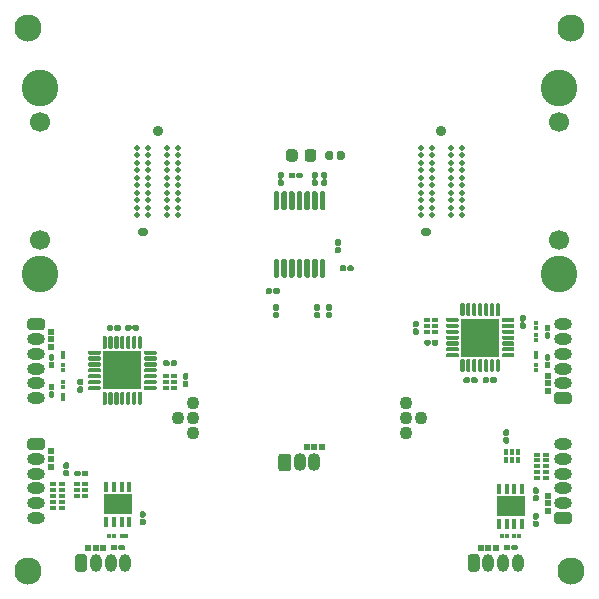
<source format=gts>
%TF.GenerationSoftware,KiCad,Pcbnew,(5.1.6)-1*%
%TF.CreationDate,2021-04-12T15:21:16+02:00*%
%TF.ProjectId,EcatExBrd,45636174-4578-4427-9264-2e6b69636164,1.0*%
%TF.SameCoordinates,Original*%
%TF.FileFunction,Soldermask,Top*%
%TF.FilePolarity,Negative*%
%FSLAX46Y46*%
G04 Gerber Fmt 4.6, Leading zero omitted, Abs format (unit mm)*
G04 Created by KiCad (PCBNEW (5.1.6)-1) date 2021-04-12 15:21:16*
%MOMM*%
%LPD*%
G01*
G04 APERTURE LIST*
%ADD10R,0.560000X0.500000*%
%ADD11R,0.500000X0.560000*%
%ADD12R,3.200000X3.200000*%
%ADD13O,0.900000X0.700000*%
%ADD14C,0.900000*%
%ADD15C,0.500000*%
%ADD16C,3.100000*%
%ADD17C,1.700000*%
%ADD18R,0.500000X0.350000*%
%ADD19R,0.550000X0.350000*%
%ADD20R,0.350000X0.500000*%
%ADD21R,0.350000X0.550000*%
%ADD22R,0.600000X0.300000*%
%ADD23C,2.300000*%
%ADD24O,1.100000X1.500000*%
%ADD25O,1.000000X1.500000*%
%ADD26O,1.500000X1.000000*%
%ADD27R,2.487600X1.700200*%
%ADD28R,0.405600X0.806399*%
%ADD29R,0.300000X0.380000*%
%ADD30R,0.380000X0.300000*%
%ADD31C,1.100000*%
G04 APERTURE END LIST*
D10*
%TO.C,JP1*%
X126890000Y-87500000D03*
X126250000Y-87500000D03*
X125610000Y-87500000D03*
%TD*%
%TO.C,JP2*%
X108390000Y-96000000D03*
X107750000Y-96000000D03*
X107110000Y-96000000D03*
%TD*%
D11*
%TO.C,JP4*%
X104000000Y-89140000D03*
X104000000Y-88500000D03*
X104000000Y-87860000D03*
%TD*%
%TO.C,JP5*%
X104000000Y-78990000D03*
X104000000Y-78350000D03*
X104000000Y-77710000D03*
%TD*%
D10*
%TO.C,JP6*%
X141640000Y-96000000D03*
X141000000Y-96000000D03*
X140360000Y-96000000D03*
%TD*%
D11*
%TO.C,JP8*%
X146000000Y-91610000D03*
X146000000Y-92250000D03*
X146000000Y-92890000D03*
%TD*%
%TO.C,JP9*%
X146000000Y-81460000D03*
X146000000Y-82100000D03*
X146000000Y-82740000D03*
%TD*%
%TO.C,C35*%
G36*
G01*
X111595000Y-93566200D02*
X111845000Y-93566200D01*
G75*
G02*
X111970000Y-93691200I0J-125000D01*
G01*
X111970000Y-94001200D01*
G75*
G02*
X111845000Y-94126200I-125000J0D01*
G01*
X111595000Y-94126200D01*
G75*
G02*
X111470000Y-94001200I0J125000D01*
G01*
X111470000Y-93691200D01*
G75*
G02*
X111595000Y-93566200I125000J0D01*
G01*
G37*
G36*
G01*
X111595000Y-92926200D02*
X111845000Y-92926200D01*
G75*
G02*
X111970000Y-93051200I0J-125000D01*
G01*
X111970000Y-93361200D01*
G75*
G02*
X111845000Y-93486200I-125000J0D01*
G01*
X111595000Y-93486200D01*
G75*
G02*
X111470000Y-93361200I0J125000D01*
G01*
X111470000Y-93051200D01*
G75*
G02*
X111595000Y-92926200I125000J0D01*
G01*
G37*
%TD*%
%TO.C,U3*%
G36*
G01*
X126825000Y-71575000D02*
X127075000Y-71575000D01*
G75*
G02*
X127200000Y-71700000I0J-125000D01*
G01*
X127200000Y-73025000D01*
G75*
G02*
X127075000Y-73150000I-125000J0D01*
G01*
X126825000Y-73150000D01*
G75*
G02*
X126700000Y-73025000I0J125000D01*
G01*
X126700000Y-71700000D01*
G75*
G02*
X126825000Y-71575000I125000J0D01*
G01*
G37*
G36*
G01*
X126175000Y-71575000D02*
X126425000Y-71575000D01*
G75*
G02*
X126550000Y-71700000I0J-125000D01*
G01*
X126550000Y-73025000D01*
G75*
G02*
X126425000Y-73150000I-125000J0D01*
G01*
X126175000Y-73150000D01*
G75*
G02*
X126050000Y-73025000I0J125000D01*
G01*
X126050000Y-71700000D01*
G75*
G02*
X126175000Y-71575000I125000J0D01*
G01*
G37*
G36*
G01*
X125525000Y-71575000D02*
X125775000Y-71575000D01*
G75*
G02*
X125900000Y-71700000I0J-125000D01*
G01*
X125900000Y-73025000D01*
G75*
G02*
X125775000Y-73150000I-125000J0D01*
G01*
X125525000Y-73150000D01*
G75*
G02*
X125400000Y-73025000I0J125000D01*
G01*
X125400000Y-71700000D01*
G75*
G02*
X125525000Y-71575000I125000J0D01*
G01*
G37*
G36*
G01*
X124875000Y-71575000D02*
X125125000Y-71575000D01*
G75*
G02*
X125250000Y-71700000I0J-125000D01*
G01*
X125250000Y-73025000D01*
G75*
G02*
X125125000Y-73150000I-125000J0D01*
G01*
X124875000Y-73150000D01*
G75*
G02*
X124750000Y-73025000I0J125000D01*
G01*
X124750000Y-71700000D01*
G75*
G02*
X124875000Y-71575000I125000J0D01*
G01*
G37*
G36*
G01*
X124225000Y-71575000D02*
X124475000Y-71575000D01*
G75*
G02*
X124600000Y-71700000I0J-125000D01*
G01*
X124600000Y-73025000D01*
G75*
G02*
X124475000Y-73150000I-125000J0D01*
G01*
X124225000Y-73150000D01*
G75*
G02*
X124100000Y-73025000I0J125000D01*
G01*
X124100000Y-71700000D01*
G75*
G02*
X124225000Y-71575000I125000J0D01*
G01*
G37*
G36*
G01*
X123575000Y-71575000D02*
X123825000Y-71575000D01*
G75*
G02*
X123950000Y-71700000I0J-125000D01*
G01*
X123950000Y-73025000D01*
G75*
G02*
X123825000Y-73150000I-125000J0D01*
G01*
X123575000Y-73150000D01*
G75*
G02*
X123450000Y-73025000I0J125000D01*
G01*
X123450000Y-71700000D01*
G75*
G02*
X123575000Y-71575000I125000J0D01*
G01*
G37*
G36*
G01*
X122925000Y-71575000D02*
X123175000Y-71575000D01*
G75*
G02*
X123300000Y-71700000I0J-125000D01*
G01*
X123300000Y-73025000D01*
G75*
G02*
X123175000Y-73150000I-125000J0D01*
G01*
X122925000Y-73150000D01*
G75*
G02*
X122800000Y-73025000I0J125000D01*
G01*
X122800000Y-71700000D01*
G75*
G02*
X122925000Y-71575000I125000J0D01*
G01*
G37*
G36*
G01*
X122925000Y-65850000D02*
X123175000Y-65850000D01*
G75*
G02*
X123300000Y-65975000I0J-125000D01*
G01*
X123300000Y-67300000D01*
G75*
G02*
X123175000Y-67425000I-125000J0D01*
G01*
X122925000Y-67425000D01*
G75*
G02*
X122800000Y-67300000I0J125000D01*
G01*
X122800000Y-65975000D01*
G75*
G02*
X122925000Y-65850000I125000J0D01*
G01*
G37*
G36*
G01*
X123575000Y-65850000D02*
X123825000Y-65850000D01*
G75*
G02*
X123950000Y-65975000I0J-125000D01*
G01*
X123950000Y-67300000D01*
G75*
G02*
X123825000Y-67425000I-125000J0D01*
G01*
X123575000Y-67425000D01*
G75*
G02*
X123450000Y-67300000I0J125000D01*
G01*
X123450000Y-65975000D01*
G75*
G02*
X123575000Y-65850000I125000J0D01*
G01*
G37*
G36*
G01*
X124225000Y-65850000D02*
X124475000Y-65850000D01*
G75*
G02*
X124600000Y-65975000I0J-125000D01*
G01*
X124600000Y-67300000D01*
G75*
G02*
X124475000Y-67425000I-125000J0D01*
G01*
X124225000Y-67425000D01*
G75*
G02*
X124100000Y-67300000I0J125000D01*
G01*
X124100000Y-65975000D01*
G75*
G02*
X124225000Y-65850000I125000J0D01*
G01*
G37*
G36*
G01*
X124875000Y-65850000D02*
X125125000Y-65850000D01*
G75*
G02*
X125250000Y-65975000I0J-125000D01*
G01*
X125250000Y-67300000D01*
G75*
G02*
X125125000Y-67425000I-125000J0D01*
G01*
X124875000Y-67425000D01*
G75*
G02*
X124750000Y-67300000I0J125000D01*
G01*
X124750000Y-65975000D01*
G75*
G02*
X124875000Y-65850000I125000J0D01*
G01*
G37*
G36*
G01*
X125525000Y-65850000D02*
X125775000Y-65850000D01*
G75*
G02*
X125900000Y-65975000I0J-125000D01*
G01*
X125900000Y-67300000D01*
G75*
G02*
X125775000Y-67425000I-125000J0D01*
G01*
X125525000Y-67425000D01*
G75*
G02*
X125400000Y-67300000I0J125000D01*
G01*
X125400000Y-65975000D01*
G75*
G02*
X125525000Y-65850000I125000J0D01*
G01*
G37*
G36*
G01*
X126175000Y-65850000D02*
X126425000Y-65850000D01*
G75*
G02*
X126550000Y-65975000I0J-125000D01*
G01*
X126550000Y-67300000D01*
G75*
G02*
X126425000Y-67425000I-125000J0D01*
G01*
X126175000Y-67425000D01*
G75*
G02*
X126050000Y-67300000I0J125000D01*
G01*
X126050000Y-65975000D01*
G75*
G02*
X126175000Y-65850000I125000J0D01*
G01*
G37*
G36*
G01*
X126825000Y-65850000D02*
X127075000Y-65850000D01*
G75*
G02*
X127200000Y-65975000I0J-125000D01*
G01*
X127200000Y-67300000D01*
G75*
G02*
X127075000Y-67425000I-125000J0D01*
G01*
X126825000Y-67425000D01*
G75*
G02*
X126700000Y-67300000I0J125000D01*
G01*
X126700000Y-65975000D01*
G75*
G02*
X126825000Y-65850000I125000J0D01*
G01*
G37*
%TD*%
D12*
%TO.C,U16*%
X140300000Y-78227500D03*
G36*
G01*
X138625000Y-76315000D02*
X138625000Y-75415000D01*
G75*
G02*
X138712500Y-75327500I87500J0D01*
G01*
X138887500Y-75327500D01*
G75*
G02*
X138975000Y-75415000I0J-87500D01*
G01*
X138975000Y-76315000D01*
G75*
G02*
X138887500Y-76402500I-87500J0D01*
G01*
X138712500Y-76402500D01*
G75*
G02*
X138625000Y-76315000I0J87500D01*
G01*
G37*
G36*
G01*
X139125000Y-76315000D02*
X139125000Y-75415000D01*
G75*
G02*
X139212500Y-75327500I87500J0D01*
G01*
X139387500Y-75327500D01*
G75*
G02*
X139475000Y-75415000I0J-87500D01*
G01*
X139475000Y-76315000D01*
G75*
G02*
X139387500Y-76402500I-87500J0D01*
G01*
X139212500Y-76402500D01*
G75*
G02*
X139125000Y-76315000I0J87500D01*
G01*
G37*
G36*
G01*
X139625000Y-76315000D02*
X139625000Y-75415000D01*
G75*
G02*
X139712500Y-75327500I87500J0D01*
G01*
X139887500Y-75327500D01*
G75*
G02*
X139975000Y-75415000I0J-87500D01*
G01*
X139975000Y-76315000D01*
G75*
G02*
X139887500Y-76402500I-87500J0D01*
G01*
X139712500Y-76402500D01*
G75*
G02*
X139625000Y-76315000I0J87500D01*
G01*
G37*
G36*
G01*
X140125000Y-76315000D02*
X140125000Y-75415000D01*
G75*
G02*
X140212500Y-75327500I87500J0D01*
G01*
X140387500Y-75327500D01*
G75*
G02*
X140475000Y-75415000I0J-87500D01*
G01*
X140475000Y-76315000D01*
G75*
G02*
X140387500Y-76402500I-87500J0D01*
G01*
X140212500Y-76402500D01*
G75*
G02*
X140125000Y-76315000I0J87500D01*
G01*
G37*
G36*
G01*
X140625000Y-76315000D02*
X140625000Y-75415000D01*
G75*
G02*
X140712500Y-75327500I87500J0D01*
G01*
X140887500Y-75327500D01*
G75*
G02*
X140975000Y-75415000I0J-87500D01*
G01*
X140975000Y-76315000D01*
G75*
G02*
X140887500Y-76402500I-87500J0D01*
G01*
X140712500Y-76402500D01*
G75*
G02*
X140625000Y-76315000I0J87500D01*
G01*
G37*
G36*
G01*
X141125000Y-76315000D02*
X141125000Y-75415000D01*
G75*
G02*
X141212500Y-75327500I87500J0D01*
G01*
X141387500Y-75327500D01*
G75*
G02*
X141475000Y-75415000I0J-87500D01*
G01*
X141475000Y-76315000D01*
G75*
G02*
X141387500Y-76402500I-87500J0D01*
G01*
X141212500Y-76402500D01*
G75*
G02*
X141125000Y-76315000I0J87500D01*
G01*
G37*
G36*
G01*
X141625000Y-76315000D02*
X141625000Y-75415000D01*
G75*
G02*
X141712500Y-75327500I87500J0D01*
G01*
X141887500Y-75327500D01*
G75*
G02*
X141975000Y-75415000I0J-87500D01*
G01*
X141975000Y-76315000D01*
G75*
G02*
X141887500Y-76402500I-87500J0D01*
G01*
X141712500Y-76402500D01*
G75*
G02*
X141625000Y-76315000I0J87500D01*
G01*
G37*
G36*
G01*
X142125000Y-76815000D02*
X142125000Y-76640000D01*
G75*
G02*
X142212500Y-76552500I87500J0D01*
G01*
X143112500Y-76552500D01*
G75*
G02*
X143200000Y-76640000I0J-87500D01*
G01*
X143200000Y-76815000D01*
G75*
G02*
X143112500Y-76902500I-87500J0D01*
G01*
X142212500Y-76902500D01*
G75*
G02*
X142125000Y-76815000I0J87500D01*
G01*
G37*
G36*
G01*
X142125000Y-77315000D02*
X142125000Y-77140000D01*
G75*
G02*
X142212500Y-77052500I87500J0D01*
G01*
X143112500Y-77052500D01*
G75*
G02*
X143200000Y-77140000I0J-87500D01*
G01*
X143200000Y-77315000D01*
G75*
G02*
X143112500Y-77402500I-87500J0D01*
G01*
X142212500Y-77402500D01*
G75*
G02*
X142125000Y-77315000I0J87500D01*
G01*
G37*
G36*
G01*
X142125000Y-77815000D02*
X142125000Y-77640000D01*
G75*
G02*
X142212500Y-77552500I87500J0D01*
G01*
X143112500Y-77552500D01*
G75*
G02*
X143200000Y-77640000I0J-87500D01*
G01*
X143200000Y-77815000D01*
G75*
G02*
X143112500Y-77902500I-87500J0D01*
G01*
X142212500Y-77902500D01*
G75*
G02*
X142125000Y-77815000I0J87500D01*
G01*
G37*
G36*
G01*
X142125000Y-78315000D02*
X142125000Y-78140000D01*
G75*
G02*
X142212500Y-78052500I87500J0D01*
G01*
X143112500Y-78052500D01*
G75*
G02*
X143200000Y-78140000I0J-87500D01*
G01*
X143200000Y-78315000D01*
G75*
G02*
X143112500Y-78402500I-87500J0D01*
G01*
X142212500Y-78402500D01*
G75*
G02*
X142125000Y-78315000I0J87500D01*
G01*
G37*
G36*
G01*
X142125000Y-78815000D02*
X142125000Y-78640000D01*
G75*
G02*
X142212500Y-78552500I87500J0D01*
G01*
X143112500Y-78552500D01*
G75*
G02*
X143200000Y-78640000I0J-87500D01*
G01*
X143200000Y-78815000D01*
G75*
G02*
X143112500Y-78902500I-87500J0D01*
G01*
X142212500Y-78902500D01*
G75*
G02*
X142125000Y-78815000I0J87500D01*
G01*
G37*
G36*
G01*
X142125000Y-79315000D02*
X142125000Y-79140000D01*
G75*
G02*
X142212500Y-79052500I87500J0D01*
G01*
X143112500Y-79052500D01*
G75*
G02*
X143200000Y-79140000I0J-87500D01*
G01*
X143200000Y-79315000D01*
G75*
G02*
X143112500Y-79402500I-87500J0D01*
G01*
X142212500Y-79402500D01*
G75*
G02*
X142125000Y-79315000I0J87500D01*
G01*
G37*
G36*
G01*
X142125000Y-79815000D02*
X142125000Y-79640000D01*
G75*
G02*
X142212500Y-79552500I87500J0D01*
G01*
X143112500Y-79552500D01*
G75*
G02*
X143200000Y-79640000I0J-87500D01*
G01*
X143200000Y-79815000D01*
G75*
G02*
X143112500Y-79902500I-87500J0D01*
G01*
X142212500Y-79902500D01*
G75*
G02*
X142125000Y-79815000I0J87500D01*
G01*
G37*
G36*
G01*
X141625000Y-81040000D02*
X141625000Y-80140000D01*
G75*
G02*
X141712500Y-80052500I87500J0D01*
G01*
X141887500Y-80052500D01*
G75*
G02*
X141975000Y-80140000I0J-87500D01*
G01*
X141975000Y-81040000D01*
G75*
G02*
X141887500Y-81127500I-87500J0D01*
G01*
X141712500Y-81127500D01*
G75*
G02*
X141625000Y-81040000I0J87500D01*
G01*
G37*
G36*
G01*
X141125000Y-81040000D02*
X141125000Y-80140000D01*
G75*
G02*
X141212500Y-80052500I87500J0D01*
G01*
X141387500Y-80052500D01*
G75*
G02*
X141475000Y-80140000I0J-87500D01*
G01*
X141475000Y-81040000D01*
G75*
G02*
X141387500Y-81127500I-87500J0D01*
G01*
X141212500Y-81127500D01*
G75*
G02*
X141125000Y-81040000I0J87500D01*
G01*
G37*
G36*
G01*
X140625000Y-81040000D02*
X140625000Y-80140000D01*
G75*
G02*
X140712500Y-80052500I87500J0D01*
G01*
X140887500Y-80052500D01*
G75*
G02*
X140975000Y-80140000I0J-87500D01*
G01*
X140975000Y-81040000D01*
G75*
G02*
X140887500Y-81127500I-87500J0D01*
G01*
X140712500Y-81127500D01*
G75*
G02*
X140625000Y-81040000I0J87500D01*
G01*
G37*
G36*
G01*
X140125000Y-81040000D02*
X140125000Y-80140000D01*
G75*
G02*
X140212500Y-80052500I87500J0D01*
G01*
X140387500Y-80052500D01*
G75*
G02*
X140475000Y-80140000I0J-87500D01*
G01*
X140475000Y-81040000D01*
G75*
G02*
X140387500Y-81127500I-87500J0D01*
G01*
X140212500Y-81127500D01*
G75*
G02*
X140125000Y-81040000I0J87500D01*
G01*
G37*
G36*
G01*
X139625000Y-81040000D02*
X139625000Y-80140000D01*
G75*
G02*
X139712500Y-80052500I87500J0D01*
G01*
X139887500Y-80052500D01*
G75*
G02*
X139975000Y-80140000I0J-87500D01*
G01*
X139975000Y-81040000D01*
G75*
G02*
X139887500Y-81127500I-87500J0D01*
G01*
X139712500Y-81127500D01*
G75*
G02*
X139625000Y-81040000I0J87500D01*
G01*
G37*
G36*
G01*
X139125000Y-81040000D02*
X139125000Y-80140000D01*
G75*
G02*
X139212500Y-80052500I87500J0D01*
G01*
X139387500Y-80052500D01*
G75*
G02*
X139475000Y-80140000I0J-87500D01*
G01*
X139475000Y-81040000D01*
G75*
G02*
X139387500Y-81127500I-87500J0D01*
G01*
X139212500Y-81127500D01*
G75*
G02*
X139125000Y-81040000I0J87500D01*
G01*
G37*
G36*
G01*
X138625000Y-81040000D02*
X138625000Y-80140000D01*
G75*
G02*
X138712500Y-80052500I87500J0D01*
G01*
X138887500Y-80052500D01*
G75*
G02*
X138975000Y-80140000I0J-87500D01*
G01*
X138975000Y-81040000D01*
G75*
G02*
X138887500Y-81127500I-87500J0D01*
G01*
X138712500Y-81127500D01*
G75*
G02*
X138625000Y-81040000I0J87500D01*
G01*
G37*
G36*
G01*
X137400000Y-79815000D02*
X137400000Y-79640000D01*
G75*
G02*
X137487500Y-79552500I87500J0D01*
G01*
X138387500Y-79552500D01*
G75*
G02*
X138475000Y-79640000I0J-87500D01*
G01*
X138475000Y-79815000D01*
G75*
G02*
X138387500Y-79902500I-87500J0D01*
G01*
X137487500Y-79902500D01*
G75*
G02*
X137400000Y-79815000I0J87500D01*
G01*
G37*
G36*
G01*
X137400000Y-79315000D02*
X137400000Y-79140000D01*
G75*
G02*
X137487500Y-79052500I87500J0D01*
G01*
X138387500Y-79052500D01*
G75*
G02*
X138475000Y-79140000I0J-87500D01*
G01*
X138475000Y-79315000D01*
G75*
G02*
X138387500Y-79402500I-87500J0D01*
G01*
X137487500Y-79402500D01*
G75*
G02*
X137400000Y-79315000I0J87500D01*
G01*
G37*
G36*
G01*
X137400000Y-78815000D02*
X137400000Y-78640000D01*
G75*
G02*
X137487500Y-78552500I87500J0D01*
G01*
X138387500Y-78552500D01*
G75*
G02*
X138475000Y-78640000I0J-87500D01*
G01*
X138475000Y-78815000D01*
G75*
G02*
X138387500Y-78902500I-87500J0D01*
G01*
X137487500Y-78902500D01*
G75*
G02*
X137400000Y-78815000I0J87500D01*
G01*
G37*
G36*
G01*
X137400000Y-78315000D02*
X137400000Y-78140000D01*
G75*
G02*
X137487500Y-78052500I87500J0D01*
G01*
X138387500Y-78052500D01*
G75*
G02*
X138475000Y-78140000I0J-87500D01*
G01*
X138475000Y-78315000D01*
G75*
G02*
X138387500Y-78402500I-87500J0D01*
G01*
X137487500Y-78402500D01*
G75*
G02*
X137400000Y-78315000I0J87500D01*
G01*
G37*
G36*
G01*
X137400000Y-77815000D02*
X137400000Y-77640000D01*
G75*
G02*
X137487500Y-77552500I87500J0D01*
G01*
X138387500Y-77552500D01*
G75*
G02*
X138475000Y-77640000I0J-87500D01*
G01*
X138475000Y-77815000D01*
G75*
G02*
X138387500Y-77902500I-87500J0D01*
G01*
X137487500Y-77902500D01*
G75*
G02*
X137400000Y-77815000I0J87500D01*
G01*
G37*
G36*
G01*
X137400000Y-77315000D02*
X137400000Y-77140000D01*
G75*
G02*
X137487500Y-77052500I87500J0D01*
G01*
X138387500Y-77052500D01*
G75*
G02*
X138475000Y-77140000I0J-87500D01*
G01*
X138475000Y-77315000D01*
G75*
G02*
X138387500Y-77402500I-87500J0D01*
G01*
X137487500Y-77402500D01*
G75*
G02*
X137400000Y-77315000I0J87500D01*
G01*
G37*
G36*
G01*
X137400000Y-76815000D02*
X137400000Y-76640000D01*
G75*
G02*
X137487500Y-76552500I87500J0D01*
G01*
X138387500Y-76552500D01*
G75*
G02*
X138475000Y-76640000I0J-87500D01*
G01*
X138475000Y-76815000D01*
G75*
G02*
X138387500Y-76902500I-87500J0D01*
G01*
X137487500Y-76902500D01*
G75*
G02*
X137400000Y-76815000I0J87500D01*
G01*
G37*
%TD*%
D13*
%TO.C,J2*%
X135730000Y-69260000D03*
D14*
X137000000Y-60740000D03*
D15*
X138750000Y-67857500D03*
X138750000Y-67222500D03*
X138750000Y-66587500D03*
X138750000Y-65952500D03*
X138750000Y-65317500D03*
X138750000Y-64682500D03*
X138750000Y-64047500D03*
X138750000Y-63412500D03*
X138750000Y-62777500D03*
X138750000Y-62142500D03*
X137790000Y-67857500D03*
X137790000Y-67222500D03*
X137790000Y-66587500D03*
X137790000Y-65952500D03*
X137790000Y-65317500D03*
X137790000Y-64682500D03*
X137790000Y-64047500D03*
X137790000Y-63412500D03*
X137790000Y-62777500D03*
X137790000Y-62142500D03*
X136210000Y-67857500D03*
X136210000Y-67222500D03*
X136210000Y-66587500D03*
X136210000Y-65952500D03*
X136210000Y-65317500D03*
X136210000Y-64682500D03*
X136210000Y-64047500D03*
X136210000Y-63412500D03*
X136210000Y-62777500D03*
X136210000Y-62142500D03*
X135250000Y-67857500D03*
X135250000Y-67222500D03*
X135250000Y-66587500D03*
X135250000Y-65952500D03*
X135250000Y-65317500D03*
X135250000Y-64682500D03*
X135250000Y-64047500D03*
X135250000Y-63412500D03*
X135250000Y-62142500D03*
X135250000Y-62777500D03*
%TD*%
%TO.C,R27*%
G36*
G01*
X123525000Y-64760000D02*
X123275000Y-64760000D01*
G75*
G02*
X123150000Y-64635000I0J125000D01*
G01*
X123150000Y-64325000D01*
G75*
G02*
X123275000Y-64200000I125000J0D01*
G01*
X123525000Y-64200000D01*
G75*
G02*
X123650000Y-64325000I0J-125000D01*
G01*
X123650000Y-64635000D01*
G75*
G02*
X123525000Y-64760000I-125000J0D01*
G01*
G37*
G36*
G01*
X123525000Y-65400000D02*
X123275000Y-65400000D01*
G75*
G02*
X123150000Y-65275000I0J125000D01*
G01*
X123150000Y-64965000D01*
G75*
G02*
X123275000Y-64840000I125000J0D01*
G01*
X123525000Y-64840000D01*
G75*
G02*
X123650000Y-64965000I0J-125000D01*
G01*
X123650000Y-65275000D01*
G75*
G02*
X123525000Y-65400000I-125000J0D01*
G01*
G37*
%TD*%
D16*
%TO.C,J5*%
X147000000Y-72870000D03*
D17*
X147000000Y-70000000D03*
X147000000Y-60000000D03*
D16*
X147000000Y-57130000D03*
%TD*%
%TO.C,J4*%
X103000000Y-57130000D03*
D17*
X103000000Y-60000000D03*
X103000000Y-70000000D03*
D16*
X103000000Y-72870000D03*
%TD*%
D18*
%TO.C,U17*%
X106850000Y-90625000D03*
X106850000Y-91125000D03*
X106850000Y-91625000D03*
X106150000Y-91625000D03*
X106150000Y-91125000D03*
D19*
X106175000Y-90625000D03*
%TD*%
D18*
%TO.C,U18*%
X114400000Y-81500000D03*
X114400000Y-82000000D03*
X114400000Y-82500000D03*
X113700000Y-82500000D03*
X113700000Y-82000000D03*
D19*
X113725000Y-81500000D03*
%TD*%
D20*
%TO.C,U19*%
X142500000Y-87900000D03*
X143000000Y-87900000D03*
X143500000Y-87900000D03*
X143500000Y-88600000D03*
X143000000Y-88600000D03*
D21*
X142500000Y-88575000D03*
%TD*%
D18*
%TO.C,U20*%
X135800000Y-77727500D03*
X135800000Y-77227500D03*
X135800000Y-76727500D03*
X136500000Y-76727500D03*
X136500000Y-77227500D03*
D19*
X136475000Y-77727500D03*
%TD*%
%TO.C,C5*%
G36*
G01*
X122690000Y-74175000D02*
X122690000Y-74425000D01*
G75*
G02*
X122565000Y-74550000I-125000J0D01*
G01*
X122255000Y-74550000D01*
G75*
G02*
X122130000Y-74425000I0J125000D01*
G01*
X122130000Y-74175000D01*
G75*
G02*
X122255000Y-74050000I125000J0D01*
G01*
X122565000Y-74050000D01*
G75*
G02*
X122690000Y-74175000I0J-125000D01*
G01*
G37*
G36*
G01*
X123330000Y-74175000D02*
X123330000Y-74425000D01*
G75*
G02*
X123205000Y-74550000I-125000J0D01*
G01*
X122895000Y-74550000D01*
G75*
G02*
X122770000Y-74425000I0J125000D01*
G01*
X122770000Y-74175000D01*
G75*
G02*
X122895000Y-74050000I125000J0D01*
G01*
X123205000Y-74050000D01*
G75*
G02*
X123330000Y-74175000I0J-125000D01*
G01*
G37*
%TD*%
%TO.C,C6*%
G36*
G01*
X124710000Y-64625000D02*
X124710000Y-64375000D01*
G75*
G02*
X124835000Y-64250000I125000J0D01*
G01*
X125145000Y-64250000D01*
G75*
G02*
X125270000Y-64375000I0J-125000D01*
G01*
X125270000Y-64625000D01*
G75*
G02*
X125145000Y-64750000I-125000J0D01*
G01*
X124835000Y-64750000D01*
G75*
G02*
X124710000Y-64625000I0J125000D01*
G01*
G37*
G36*
G01*
X124070000Y-64625000D02*
X124070000Y-64375000D01*
G75*
G02*
X124195000Y-64250000I125000J0D01*
G01*
X124505000Y-64250000D01*
G75*
G02*
X124630000Y-64375000I0J-125000D01*
G01*
X124630000Y-64625000D01*
G75*
G02*
X124505000Y-64750000I-125000J0D01*
G01*
X124195000Y-64750000D01*
G75*
G02*
X124070000Y-64625000I0J125000D01*
G01*
G37*
%TD*%
%TO.C,C40*%
G36*
G01*
X106570000Y-89855000D02*
X106570000Y-89605000D01*
G75*
G02*
X106695000Y-89480000I125000J0D01*
G01*
X107005000Y-89480000D01*
G75*
G02*
X107130000Y-89605000I0J-125000D01*
G01*
X107130000Y-89855000D01*
G75*
G02*
X107005000Y-89980000I-125000J0D01*
G01*
X106695000Y-89980000D01*
G75*
G02*
X106570000Y-89855000I0J125000D01*
G01*
G37*
G36*
G01*
X105930000Y-89855000D02*
X105930000Y-89605000D01*
G75*
G02*
X106055000Y-89480000I125000J0D01*
G01*
X106365000Y-89480000D01*
G75*
G02*
X106490000Y-89605000I0J-125000D01*
G01*
X106490000Y-89855000D01*
G75*
G02*
X106365000Y-89980000I-125000J0D01*
G01*
X106055000Y-89980000D01*
G75*
G02*
X105930000Y-89855000I0J125000D01*
G01*
G37*
%TD*%
%TO.C,C41*%
G36*
G01*
X109310000Y-77530000D02*
X109310000Y-77280000D01*
G75*
G02*
X109435000Y-77155000I125000J0D01*
G01*
X109745000Y-77155000D01*
G75*
G02*
X109870000Y-77280000I0J-125000D01*
G01*
X109870000Y-77530000D01*
G75*
G02*
X109745000Y-77655000I-125000J0D01*
G01*
X109435000Y-77655000D01*
G75*
G02*
X109310000Y-77530000I0J125000D01*
G01*
G37*
G36*
G01*
X108670000Y-77530000D02*
X108670000Y-77280000D01*
G75*
G02*
X108795000Y-77155000I125000J0D01*
G01*
X109105000Y-77155000D01*
G75*
G02*
X109230000Y-77280000I0J-125000D01*
G01*
X109230000Y-77530000D01*
G75*
G02*
X109105000Y-77655000I-125000J0D01*
G01*
X108795000Y-77655000D01*
G75*
G02*
X108670000Y-77530000I0J125000D01*
G01*
G37*
%TD*%
%TO.C,C42*%
G36*
G01*
X110860000Y-77530000D02*
X110860000Y-77280000D01*
G75*
G02*
X110985000Y-77155000I125000J0D01*
G01*
X111295000Y-77155000D01*
G75*
G02*
X111420000Y-77280000I0J-125000D01*
G01*
X111420000Y-77530000D01*
G75*
G02*
X111295000Y-77655000I-125000J0D01*
G01*
X110985000Y-77655000D01*
G75*
G02*
X110860000Y-77530000I0J125000D01*
G01*
G37*
G36*
G01*
X110220000Y-77530000D02*
X110220000Y-77280000D01*
G75*
G02*
X110345000Y-77155000I125000J0D01*
G01*
X110655000Y-77155000D01*
G75*
G02*
X110780000Y-77280000I0J-125000D01*
G01*
X110780000Y-77530000D01*
G75*
G02*
X110655000Y-77655000I-125000J0D01*
G01*
X110345000Y-77655000D01*
G75*
G02*
X110220000Y-77530000I0J125000D01*
G01*
G37*
%TD*%
%TO.C,C43*%
G36*
G01*
X144875000Y-93716200D02*
X145125000Y-93716200D01*
G75*
G02*
X145250000Y-93841200I0J-125000D01*
G01*
X145250000Y-94151200D01*
G75*
G02*
X145125000Y-94276200I-125000J0D01*
G01*
X144875000Y-94276200D01*
G75*
G02*
X144750000Y-94151200I0J125000D01*
G01*
X144750000Y-93841200D01*
G75*
G02*
X144875000Y-93716200I125000J0D01*
G01*
G37*
G36*
G01*
X144875000Y-93076200D02*
X145125000Y-93076200D01*
G75*
G02*
X145250000Y-93201200I0J-125000D01*
G01*
X145250000Y-93511200D01*
G75*
G02*
X145125000Y-93636200I-125000J0D01*
G01*
X144875000Y-93636200D01*
G75*
G02*
X144750000Y-93511200I0J125000D01*
G01*
X144750000Y-93201200D01*
G75*
G02*
X144875000Y-93076200I125000J0D01*
G01*
G37*
%TD*%
%TO.C,C48*%
G36*
G01*
X142375000Y-86640000D02*
X142625000Y-86640000D01*
G75*
G02*
X142750000Y-86765000I0J-125000D01*
G01*
X142750000Y-87075000D01*
G75*
G02*
X142625000Y-87200000I-125000J0D01*
G01*
X142375000Y-87200000D01*
G75*
G02*
X142250000Y-87075000I0J125000D01*
G01*
X142250000Y-86765000D01*
G75*
G02*
X142375000Y-86640000I125000J0D01*
G01*
G37*
G36*
G01*
X142375000Y-86000000D02*
X142625000Y-86000000D01*
G75*
G02*
X142750000Y-86125000I0J-125000D01*
G01*
X142750000Y-86435000D01*
G75*
G02*
X142625000Y-86560000I-125000J0D01*
G01*
X142375000Y-86560000D01*
G75*
G02*
X142250000Y-86435000I0J125000D01*
G01*
X142250000Y-86125000D01*
G75*
G02*
X142375000Y-86000000I125000J0D01*
G01*
G37*
%TD*%
%TO.C,C49*%
G36*
G01*
X141060000Y-81702500D02*
X141060000Y-81952500D01*
G75*
G02*
X140935000Y-82077500I-125000J0D01*
G01*
X140625000Y-82077500D01*
G75*
G02*
X140500000Y-81952500I0J125000D01*
G01*
X140500000Y-81702500D01*
G75*
G02*
X140625000Y-81577500I125000J0D01*
G01*
X140935000Y-81577500D01*
G75*
G02*
X141060000Y-81702500I0J-125000D01*
G01*
G37*
G36*
G01*
X141700000Y-81702500D02*
X141700000Y-81952500D01*
G75*
G02*
X141575000Y-82077500I-125000J0D01*
G01*
X141265000Y-82077500D01*
G75*
G02*
X141140000Y-81952500I0J125000D01*
G01*
X141140000Y-81702500D01*
G75*
G02*
X141265000Y-81577500I125000J0D01*
G01*
X141575000Y-81577500D01*
G75*
G02*
X141700000Y-81702500I0J-125000D01*
G01*
G37*
%TD*%
%TO.C,C50*%
G36*
G01*
X139440000Y-81702500D02*
X139440000Y-81952500D01*
G75*
G02*
X139315000Y-82077500I-125000J0D01*
G01*
X139005000Y-82077500D01*
G75*
G02*
X138880000Y-81952500I0J125000D01*
G01*
X138880000Y-81702500D01*
G75*
G02*
X139005000Y-81577500I125000J0D01*
G01*
X139315000Y-81577500D01*
G75*
G02*
X139440000Y-81702500I0J-125000D01*
G01*
G37*
G36*
G01*
X140080000Y-81702500D02*
X140080000Y-81952500D01*
G75*
G02*
X139955000Y-82077500I-125000J0D01*
G01*
X139645000Y-82077500D01*
G75*
G02*
X139520000Y-81952500I0J125000D01*
G01*
X139520000Y-81702500D01*
G75*
G02*
X139645000Y-81577500I125000J0D01*
G01*
X139955000Y-81577500D01*
G75*
G02*
X140080000Y-81702500I0J-125000D01*
G01*
G37*
%TD*%
D22*
%TO.C,D6*%
X104112500Y-91125000D03*
X104112500Y-91625000D03*
X104112500Y-90625000D03*
X104112500Y-92125000D03*
X104887500Y-90625000D03*
X104887500Y-91125000D03*
X104112500Y-92625000D03*
X104887500Y-91625000D03*
X104887500Y-92625000D03*
X104887500Y-92125000D03*
%TD*%
%TO.C,D11*%
X145887500Y-89625000D03*
X145887500Y-89125000D03*
X145887500Y-90125000D03*
X145887500Y-88625000D03*
X145112500Y-90125000D03*
X145112500Y-89625000D03*
X145887500Y-88125000D03*
X145112500Y-89125000D03*
X145112500Y-88125000D03*
X145112500Y-88625000D03*
%TD*%
%TO.C,FB1*%
G36*
G01*
X124837500Y-62518750D02*
X124837500Y-63081250D01*
G75*
G02*
X124593750Y-63325000I-243750J0D01*
G01*
X124106250Y-63325000D01*
G75*
G02*
X123862500Y-63081250I0J243750D01*
G01*
X123862500Y-62518750D01*
G75*
G02*
X124106250Y-62275000I243750J0D01*
G01*
X124593750Y-62275000D01*
G75*
G02*
X124837500Y-62518750I0J-243750D01*
G01*
G37*
G36*
G01*
X126412500Y-62518750D02*
X126412500Y-63081250D01*
G75*
G02*
X126168750Y-63325000I-243750J0D01*
G01*
X125681250Y-63325000D01*
G75*
G02*
X125437500Y-63081250I0J243750D01*
G01*
X125437500Y-62518750D01*
G75*
G02*
X125681250Y-62275000I243750J0D01*
G01*
X126168750Y-62275000D01*
G75*
G02*
X126412500Y-62518750I0J-243750D01*
G01*
G37*
%TD*%
D23*
%TO.C,H1*%
X102000000Y-98000000D03*
%TD*%
%TO.C,H2*%
X148000000Y-52000000D03*
%TD*%
%TO.C,H3*%
X102000000Y-52000000D03*
%TD*%
%TO.C,H4*%
X148000000Y-98000000D03*
%TD*%
D24*
%TO.C,J1*%
X126250000Y-88800000D03*
X125000000Y-88800000D03*
G36*
G01*
X123200000Y-89275000D02*
X123200000Y-88325000D01*
G75*
G02*
X123475000Y-88050000I275000J0D01*
G01*
X124025000Y-88050000D01*
G75*
G02*
X124300000Y-88325000I0J-275000D01*
G01*
X124300000Y-89275000D01*
G75*
G02*
X124025000Y-89550000I-275000J0D01*
G01*
X123475000Y-89550000D01*
G75*
G02*
X123200000Y-89275000I0J275000D01*
G01*
G37*
%TD*%
D13*
%TO.C,J3*%
X111730000Y-69260000D03*
D14*
X113000000Y-60740000D03*
D15*
X114750000Y-67857500D03*
X114750000Y-67222500D03*
X114750000Y-66587500D03*
X114750000Y-65952500D03*
X114750000Y-65317500D03*
X114750000Y-64682500D03*
X114750000Y-64047500D03*
X114750000Y-63412500D03*
X114750000Y-62777500D03*
X114750000Y-62142500D03*
X113790000Y-67857500D03*
X113790000Y-67222500D03*
X113790000Y-66587500D03*
X113790000Y-65952500D03*
X113790000Y-65317500D03*
X113790000Y-64682500D03*
X113790000Y-64047500D03*
X113790000Y-63412500D03*
X113790000Y-62777500D03*
X113790000Y-62142500D03*
X112210000Y-67857500D03*
X112210000Y-67222500D03*
X112210000Y-66587500D03*
X112210000Y-65952500D03*
X112210000Y-65317500D03*
X112210000Y-64682500D03*
X112210000Y-64047500D03*
X112210000Y-63412500D03*
X112210000Y-62777500D03*
X112210000Y-62142500D03*
X111250000Y-67857500D03*
X111250000Y-67222500D03*
X111250000Y-66587500D03*
X111250000Y-65952500D03*
X111250000Y-65317500D03*
X111250000Y-64682500D03*
X111250000Y-64047500D03*
X111250000Y-63412500D03*
X111250000Y-62142500D03*
X111250000Y-62777500D03*
%TD*%
D25*
%TO.C,J6*%
X110250000Y-97300000D03*
X109000000Y-97300000D03*
X107750000Y-97300000D03*
G36*
G01*
X106000000Y-97800000D02*
X106000000Y-96800000D01*
G75*
G02*
X106250000Y-96550000I250000J0D01*
G01*
X106750000Y-96550000D01*
G75*
G02*
X107000000Y-96800000I0J-250000D01*
G01*
X107000000Y-97800000D01*
G75*
G02*
X106750000Y-98050000I-250000J0D01*
G01*
X106250000Y-98050000D01*
G75*
G02*
X106000000Y-97800000I0J250000D01*
G01*
G37*
%TD*%
D26*
%TO.C,J7*%
X102700000Y-93500000D03*
X102700000Y-92250000D03*
X102700000Y-91000000D03*
X102700000Y-89750000D03*
X102700000Y-88500000D03*
G36*
G01*
X102200000Y-86750000D02*
X103200000Y-86750000D01*
G75*
G02*
X103450000Y-87000000I0J-250000D01*
G01*
X103450000Y-87500000D01*
G75*
G02*
X103200000Y-87750000I-250000J0D01*
G01*
X102200000Y-87750000D01*
G75*
G02*
X101950000Y-87500000I0J250000D01*
G01*
X101950000Y-87000000D01*
G75*
G02*
X102200000Y-86750000I250000J0D01*
G01*
G37*
%TD*%
D25*
%TO.C,J9*%
X143500000Y-97300000D03*
X142250000Y-97300000D03*
X141000000Y-97300000D03*
G36*
G01*
X139250000Y-97800000D02*
X139250000Y-96800000D01*
G75*
G02*
X139500000Y-96550000I250000J0D01*
G01*
X140000000Y-96550000D01*
G75*
G02*
X140250000Y-96800000I0J-250000D01*
G01*
X140250000Y-97800000D01*
G75*
G02*
X140000000Y-98050000I-250000J0D01*
G01*
X139500000Y-98050000D01*
G75*
G02*
X139250000Y-97800000I0J250000D01*
G01*
G37*
%TD*%
D26*
%TO.C,J10*%
X147300000Y-87250000D03*
X147300000Y-88500000D03*
X147300000Y-89750000D03*
X147300000Y-91000000D03*
X147300000Y-92250000D03*
G36*
G01*
X147800000Y-94000000D02*
X146800000Y-94000000D01*
G75*
G02*
X146550000Y-93750000I0J250000D01*
G01*
X146550000Y-93250000D01*
G75*
G02*
X146800000Y-93000000I250000J0D01*
G01*
X147800000Y-93000000D01*
G75*
G02*
X148050000Y-93250000I0J-250000D01*
G01*
X148050000Y-93750000D01*
G75*
G02*
X147800000Y-94000000I-250000J0D01*
G01*
G37*
%TD*%
%TO.C,R14*%
G36*
G01*
X126975000Y-64840000D02*
X127225000Y-64840000D01*
G75*
G02*
X127350000Y-64965000I0J-125000D01*
G01*
X127350000Y-65275000D01*
G75*
G02*
X127225000Y-65400000I-125000J0D01*
G01*
X126975000Y-65400000D01*
G75*
G02*
X126850000Y-65275000I0J125000D01*
G01*
X126850000Y-64965000D01*
G75*
G02*
X126975000Y-64840000I125000J0D01*
G01*
G37*
G36*
G01*
X126975000Y-64200000D02*
X127225000Y-64200000D01*
G75*
G02*
X127350000Y-64325000I0J-125000D01*
G01*
X127350000Y-64635000D01*
G75*
G02*
X127225000Y-64760000I-125000J0D01*
G01*
X126975000Y-64760000D01*
G75*
G02*
X126850000Y-64635000I0J125000D01*
G01*
X126850000Y-64325000D01*
G75*
G02*
X126975000Y-64200000I125000J0D01*
G01*
G37*
%TD*%
%TO.C,R15*%
G36*
G01*
X126175000Y-64840000D02*
X126425000Y-64840000D01*
G75*
G02*
X126550000Y-64965000I0J-125000D01*
G01*
X126550000Y-65275000D01*
G75*
G02*
X126425000Y-65400000I-125000J0D01*
G01*
X126175000Y-65400000D01*
G75*
G02*
X126050000Y-65275000I0J125000D01*
G01*
X126050000Y-64965000D01*
G75*
G02*
X126175000Y-64840000I125000J0D01*
G01*
G37*
G36*
G01*
X126175000Y-64200000D02*
X126425000Y-64200000D01*
G75*
G02*
X126550000Y-64325000I0J-125000D01*
G01*
X126550000Y-64635000D01*
G75*
G02*
X126425000Y-64760000I-125000J0D01*
G01*
X126175000Y-64760000D01*
G75*
G02*
X126050000Y-64635000I0J125000D01*
G01*
X126050000Y-64325000D01*
G75*
G02*
X126175000Y-64200000I125000J0D01*
G01*
G37*
%TD*%
%TO.C,R37*%
G36*
G01*
X128125000Y-70540000D02*
X128375000Y-70540000D01*
G75*
G02*
X128500000Y-70665000I0J-125000D01*
G01*
X128500000Y-70975000D01*
G75*
G02*
X128375000Y-71100000I-125000J0D01*
G01*
X128125000Y-71100000D01*
G75*
G02*
X128000000Y-70975000I0J125000D01*
G01*
X128000000Y-70665000D01*
G75*
G02*
X128125000Y-70540000I125000J0D01*
G01*
G37*
G36*
G01*
X128125000Y-69900000D02*
X128375000Y-69900000D01*
G75*
G02*
X128500000Y-70025000I0J-125000D01*
G01*
X128500000Y-70335000D01*
G75*
G02*
X128375000Y-70460000I-125000J0D01*
G01*
X128125000Y-70460000D01*
G75*
G02*
X128000000Y-70335000I0J125000D01*
G01*
X128000000Y-70025000D01*
G75*
G02*
X128125000Y-69900000I125000J0D01*
G01*
G37*
%TD*%
%TO.C,R38*%
G36*
G01*
X109665000Y-96125000D02*
X109665000Y-95875000D01*
G75*
G02*
X109790000Y-95750000I125000J0D01*
G01*
X110100000Y-95750000D01*
G75*
G02*
X110225000Y-95875000I0J-125000D01*
G01*
X110225000Y-96125000D01*
G75*
G02*
X110100000Y-96250000I-125000J0D01*
G01*
X109790000Y-96250000D01*
G75*
G02*
X109665000Y-96125000I0J125000D01*
G01*
G37*
G36*
G01*
X109025000Y-96125000D02*
X109025000Y-95875000D01*
G75*
G02*
X109150000Y-95750000I125000J0D01*
G01*
X109460000Y-95750000D01*
G75*
G02*
X109585000Y-95875000I0J-125000D01*
G01*
X109585000Y-96125000D01*
G75*
G02*
X109460000Y-96250000I-125000J0D01*
G01*
X109150000Y-96250000D01*
G75*
G02*
X109025000Y-96125000I0J125000D01*
G01*
G37*
%TD*%
%TO.C,R41*%
G36*
G01*
X122875000Y-76040000D02*
X123125000Y-76040000D01*
G75*
G02*
X123250000Y-76165000I0J-125000D01*
G01*
X123250000Y-76475000D01*
G75*
G02*
X123125000Y-76600000I-125000J0D01*
G01*
X122875000Y-76600000D01*
G75*
G02*
X122750000Y-76475000I0J125000D01*
G01*
X122750000Y-76165000D01*
G75*
G02*
X122875000Y-76040000I125000J0D01*
G01*
G37*
G36*
G01*
X122875000Y-75400000D02*
X123125000Y-75400000D01*
G75*
G02*
X123250000Y-75525000I0J-125000D01*
G01*
X123250000Y-75835000D01*
G75*
G02*
X123125000Y-75960000I-125000J0D01*
G01*
X122875000Y-75960000D01*
G75*
G02*
X122750000Y-75835000I0J125000D01*
G01*
X122750000Y-75525000D01*
G75*
G02*
X122875000Y-75400000I125000J0D01*
G01*
G37*
%TD*%
%TO.C,R42*%
G36*
G01*
X105375000Y-89340000D02*
X105125000Y-89340000D01*
G75*
G02*
X105000000Y-89215000I0J125000D01*
G01*
X105000000Y-88905000D01*
G75*
G02*
X105125000Y-88780000I125000J0D01*
G01*
X105375000Y-88780000D01*
G75*
G02*
X105500000Y-88905000I0J-125000D01*
G01*
X105500000Y-89215000D01*
G75*
G02*
X105375000Y-89340000I-125000J0D01*
G01*
G37*
G36*
G01*
X105375000Y-89980000D02*
X105125000Y-89980000D01*
G75*
G02*
X105000000Y-89855000I0J125000D01*
G01*
X105000000Y-89545000D01*
G75*
G02*
X105125000Y-89420000I125000J0D01*
G01*
X105375000Y-89420000D01*
G75*
G02*
X105500000Y-89545000I0J-125000D01*
G01*
X105500000Y-89855000D01*
G75*
G02*
X105375000Y-89980000I-125000J0D01*
G01*
G37*
%TD*%
%TO.C,R43*%
G36*
G01*
X114085000Y-80525000D02*
X114085000Y-80275000D01*
G75*
G02*
X114210000Y-80150000I125000J0D01*
G01*
X114520000Y-80150000D01*
G75*
G02*
X114645000Y-80275000I0J-125000D01*
G01*
X114645000Y-80525000D01*
G75*
G02*
X114520000Y-80650000I-125000J0D01*
G01*
X114210000Y-80650000D01*
G75*
G02*
X114085000Y-80525000I0J125000D01*
G01*
G37*
G36*
G01*
X113445000Y-80525000D02*
X113445000Y-80275000D01*
G75*
G02*
X113570000Y-80150000I125000J0D01*
G01*
X113880000Y-80150000D01*
G75*
G02*
X114005000Y-80275000I0J-125000D01*
G01*
X114005000Y-80525000D01*
G75*
G02*
X113880000Y-80650000I-125000J0D01*
G01*
X113570000Y-80650000D01*
G75*
G02*
X113445000Y-80525000I0J125000D01*
G01*
G37*
%TD*%
%TO.C,R44*%
G36*
G01*
X106325000Y-82360000D02*
X106575000Y-82360000D01*
G75*
G02*
X106700000Y-82485000I0J-125000D01*
G01*
X106700000Y-82795000D01*
G75*
G02*
X106575000Y-82920000I-125000J0D01*
G01*
X106325000Y-82920000D01*
G75*
G02*
X106200000Y-82795000I0J125000D01*
G01*
X106200000Y-82485000D01*
G75*
G02*
X106325000Y-82360000I125000J0D01*
G01*
G37*
G36*
G01*
X106325000Y-81720000D02*
X106575000Y-81720000D01*
G75*
G02*
X106700000Y-81845000I0J-125000D01*
G01*
X106700000Y-82155000D01*
G75*
G02*
X106575000Y-82280000I-125000J0D01*
G01*
X106325000Y-82280000D01*
G75*
G02*
X106200000Y-82155000I0J125000D01*
G01*
X106200000Y-81845000D01*
G75*
G02*
X106325000Y-81720000I125000J0D01*
G01*
G37*
%TD*%
%TO.C,R45*%
G36*
G01*
X126375000Y-76040000D02*
X126625000Y-76040000D01*
G75*
G02*
X126750000Y-76165000I0J-125000D01*
G01*
X126750000Y-76475000D01*
G75*
G02*
X126625000Y-76600000I-125000J0D01*
G01*
X126375000Y-76600000D01*
G75*
G02*
X126250000Y-76475000I0J125000D01*
G01*
X126250000Y-76165000D01*
G75*
G02*
X126375000Y-76040000I125000J0D01*
G01*
G37*
G36*
G01*
X126375000Y-75400000D02*
X126625000Y-75400000D01*
G75*
G02*
X126750000Y-75525000I0J-125000D01*
G01*
X126750000Y-75835000D01*
G75*
G02*
X126625000Y-75960000I-125000J0D01*
G01*
X126375000Y-75960000D01*
G75*
G02*
X126250000Y-75835000I0J125000D01*
G01*
X126250000Y-75525000D01*
G75*
G02*
X126375000Y-75400000I125000J0D01*
G01*
G37*
%TD*%
%TO.C,R46*%
G36*
G01*
X142915000Y-96125000D02*
X142915000Y-95875000D01*
G75*
G02*
X143040000Y-95750000I125000J0D01*
G01*
X143350000Y-95750000D01*
G75*
G02*
X143475000Y-95875000I0J-125000D01*
G01*
X143475000Y-96125000D01*
G75*
G02*
X143350000Y-96250000I-125000J0D01*
G01*
X143040000Y-96250000D01*
G75*
G02*
X142915000Y-96125000I0J125000D01*
G01*
G37*
G36*
G01*
X142275000Y-96125000D02*
X142275000Y-95875000D01*
G75*
G02*
X142400000Y-95750000I125000J0D01*
G01*
X142710000Y-95750000D01*
G75*
G02*
X142835000Y-95875000I0J-125000D01*
G01*
X142835000Y-96125000D01*
G75*
G02*
X142710000Y-96250000I-125000J0D01*
G01*
X142400000Y-96250000D01*
G75*
G02*
X142275000Y-96125000I0J125000D01*
G01*
G37*
%TD*%
%TO.C,R49*%
G36*
G01*
X127375000Y-76040000D02*
X127625000Y-76040000D01*
G75*
G02*
X127750000Y-76165000I0J-125000D01*
G01*
X127750000Y-76475000D01*
G75*
G02*
X127625000Y-76600000I-125000J0D01*
G01*
X127375000Y-76600000D01*
G75*
G02*
X127250000Y-76475000I0J125000D01*
G01*
X127250000Y-76165000D01*
G75*
G02*
X127375000Y-76040000I125000J0D01*
G01*
G37*
G36*
G01*
X127375000Y-75400000D02*
X127625000Y-75400000D01*
G75*
G02*
X127750000Y-75525000I0J-125000D01*
G01*
X127750000Y-75835000D01*
G75*
G02*
X127625000Y-75960000I-125000J0D01*
G01*
X127375000Y-75960000D01*
G75*
G02*
X127250000Y-75835000I0J125000D01*
G01*
X127250000Y-75525000D01*
G75*
G02*
X127375000Y-75400000I125000J0D01*
G01*
G37*
%TD*%
%TO.C,R50*%
G36*
G01*
X144875000Y-91540000D02*
X145125000Y-91540000D01*
G75*
G02*
X145250000Y-91665000I0J-125000D01*
G01*
X145250000Y-91975000D01*
G75*
G02*
X145125000Y-92100000I-125000J0D01*
G01*
X144875000Y-92100000D01*
G75*
G02*
X144750000Y-91975000I0J125000D01*
G01*
X144750000Y-91665000D01*
G75*
G02*
X144875000Y-91540000I125000J0D01*
G01*
G37*
G36*
G01*
X144875000Y-90900000D02*
X145125000Y-90900000D01*
G75*
G02*
X145250000Y-91025000I0J-125000D01*
G01*
X145250000Y-91335000D01*
G75*
G02*
X145125000Y-91460000I-125000J0D01*
G01*
X144875000Y-91460000D01*
G75*
G02*
X144750000Y-91335000I0J125000D01*
G01*
X144750000Y-91025000D01*
G75*
G02*
X144875000Y-90900000I125000J0D01*
G01*
G37*
%TD*%
%TO.C,R51*%
G36*
G01*
X136115000Y-78525000D02*
X136115000Y-78775000D01*
G75*
G02*
X135990000Y-78900000I-125000J0D01*
G01*
X135680000Y-78900000D01*
G75*
G02*
X135555000Y-78775000I0J125000D01*
G01*
X135555000Y-78525000D01*
G75*
G02*
X135680000Y-78400000I125000J0D01*
G01*
X135990000Y-78400000D01*
G75*
G02*
X136115000Y-78525000I0J-125000D01*
G01*
G37*
G36*
G01*
X136755000Y-78525000D02*
X136755000Y-78775000D01*
G75*
G02*
X136630000Y-78900000I-125000J0D01*
G01*
X136320000Y-78900000D01*
G75*
G02*
X136195000Y-78775000I0J125000D01*
G01*
X136195000Y-78525000D01*
G75*
G02*
X136320000Y-78400000I125000J0D01*
G01*
X136630000Y-78400000D01*
G75*
G02*
X136755000Y-78525000I0J-125000D01*
G01*
G37*
%TD*%
%TO.C,R52*%
G36*
G01*
X144025000Y-76867500D02*
X143775000Y-76867500D01*
G75*
G02*
X143650000Y-76742500I0J125000D01*
G01*
X143650000Y-76432500D01*
G75*
G02*
X143775000Y-76307500I125000J0D01*
G01*
X144025000Y-76307500D01*
G75*
G02*
X144150000Y-76432500I0J-125000D01*
G01*
X144150000Y-76742500D01*
G75*
G02*
X144025000Y-76867500I-125000J0D01*
G01*
G37*
G36*
G01*
X144025000Y-77507500D02*
X143775000Y-77507500D01*
G75*
G02*
X143650000Y-77382500I0J125000D01*
G01*
X143650000Y-77072500D01*
G75*
G02*
X143775000Y-76947500I125000J0D01*
G01*
X144025000Y-76947500D01*
G75*
G02*
X144150000Y-77072500I0J-125000D01*
G01*
X144150000Y-77382500D01*
G75*
G02*
X144025000Y-77507500I-125000J0D01*
G01*
G37*
%TD*%
%TO.C,R53*%
G36*
G01*
X129040000Y-72487500D02*
X129040000Y-72237500D01*
G75*
G02*
X129165000Y-72112500I125000J0D01*
G01*
X129475000Y-72112500D01*
G75*
G02*
X129600000Y-72237500I0J-125000D01*
G01*
X129600000Y-72487500D01*
G75*
G02*
X129475000Y-72612500I-125000J0D01*
G01*
X129165000Y-72612500D01*
G75*
G02*
X129040000Y-72487500I0J125000D01*
G01*
G37*
G36*
G01*
X128400000Y-72487500D02*
X128400000Y-72237500D01*
G75*
G02*
X128525000Y-72112500I125000J0D01*
G01*
X128835000Y-72112500D01*
G75*
G02*
X128960000Y-72237500I0J-125000D01*
G01*
X128960000Y-72487500D01*
G75*
G02*
X128835000Y-72612500I-125000J0D01*
G01*
X128525000Y-72612500D01*
G75*
G02*
X128400000Y-72487500I0J125000D01*
G01*
G37*
%TD*%
D27*
%TO.C,U9*%
X109625000Y-92350000D03*
D28*
X110599999Y-93846200D03*
X109950001Y-93846200D03*
X109299999Y-93846200D03*
X108650001Y-93846200D03*
X108650001Y-90853800D03*
X109299999Y-90853800D03*
X109950001Y-90853800D03*
X110599999Y-90853800D03*
%TD*%
D12*
%TO.C,U12*%
X110000000Y-81000000D03*
G36*
G01*
X111675000Y-82912500D02*
X111675000Y-83812500D01*
G75*
G02*
X111587500Y-83900000I-87500J0D01*
G01*
X111412500Y-83900000D01*
G75*
G02*
X111325000Y-83812500I0J87500D01*
G01*
X111325000Y-82912500D01*
G75*
G02*
X111412500Y-82825000I87500J0D01*
G01*
X111587500Y-82825000D01*
G75*
G02*
X111675000Y-82912500I0J-87500D01*
G01*
G37*
G36*
G01*
X111175000Y-82912500D02*
X111175000Y-83812500D01*
G75*
G02*
X111087500Y-83900000I-87500J0D01*
G01*
X110912500Y-83900000D01*
G75*
G02*
X110825000Y-83812500I0J87500D01*
G01*
X110825000Y-82912500D01*
G75*
G02*
X110912500Y-82825000I87500J0D01*
G01*
X111087500Y-82825000D01*
G75*
G02*
X111175000Y-82912500I0J-87500D01*
G01*
G37*
G36*
G01*
X110675000Y-82912500D02*
X110675000Y-83812500D01*
G75*
G02*
X110587500Y-83900000I-87500J0D01*
G01*
X110412500Y-83900000D01*
G75*
G02*
X110325000Y-83812500I0J87500D01*
G01*
X110325000Y-82912500D01*
G75*
G02*
X110412500Y-82825000I87500J0D01*
G01*
X110587500Y-82825000D01*
G75*
G02*
X110675000Y-82912500I0J-87500D01*
G01*
G37*
G36*
G01*
X110175000Y-82912500D02*
X110175000Y-83812500D01*
G75*
G02*
X110087500Y-83900000I-87500J0D01*
G01*
X109912500Y-83900000D01*
G75*
G02*
X109825000Y-83812500I0J87500D01*
G01*
X109825000Y-82912500D01*
G75*
G02*
X109912500Y-82825000I87500J0D01*
G01*
X110087500Y-82825000D01*
G75*
G02*
X110175000Y-82912500I0J-87500D01*
G01*
G37*
G36*
G01*
X109675000Y-82912500D02*
X109675000Y-83812500D01*
G75*
G02*
X109587500Y-83900000I-87500J0D01*
G01*
X109412500Y-83900000D01*
G75*
G02*
X109325000Y-83812500I0J87500D01*
G01*
X109325000Y-82912500D01*
G75*
G02*
X109412500Y-82825000I87500J0D01*
G01*
X109587500Y-82825000D01*
G75*
G02*
X109675000Y-82912500I0J-87500D01*
G01*
G37*
G36*
G01*
X109175000Y-82912500D02*
X109175000Y-83812500D01*
G75*
G02*
X109087500Y-83900000I-87500J0D01*
G01*
X108912500Y-83900000D01*
G75*
G02*
X108825000Y-83812500I0J87500D01*
G01*
X108825000Y-82912500D01*
G75*
G02*
X108912500Y-82825000I87500J0D01*
G01*
X109087500Y-82825000D01*
G75*
G02*
X109175000Y-82912500I0J-87500D01*
G01*
G37*
G36*
G01*
X108675000Y-82912500D02*
X108675000Y-83812500D01*
G75*
G02*
X108587500Y-83900000I-87500J0D01*
G01*
X108412500Y-83900000D01*
G75*
G02*
X108325000Y-83812500I0J87500D01*
G01*
X108325000Y-82912500D01*
G75*
G02*
X108412500Y-82825000I87500J0D01*
G01*
X108587500Y-82825000D01*
G75*
G02*
X108675000Y-82912500I0J-87500D01*
G01*
G37*
G36*
G01*
X108175000Y-82412500D02*
X108175000Y-82587500D01*
G75*
G02*
X108087500Y-82675000I-87500J0D01*
G01*
X107187500Y-82675000D01*
G75*
G02*
X107100000Y-82587500I0J87500D01*
G01*
X107100000Y-82412500D01*
G75*
G02*
X107187500Y-82325000I87500J0D01*
G01*
X108087500Y-82325000D01*
G75*
G02*
X108175000Y-82412500I0J-87500D01*
G01*
G37*
G36*
G01*
X108175000Y-81912500D02*
X108175000Y-82087500D01*
G75*
G02*
X108087500Y-82175000I-87500J0D01*
G01*
X107187500Y-82175000D01*
G75*
G02*
X107100000Y-82087500I0J87500D01*
G01*
X107100000Y-81912500D01*
G75*
G02*
X107187500Y-81825000I87500J0D01*
G01*
X108087500Y-81825000D01*
G75*
G02*
X108175000Y-81912500I0J-87500D01*
G01*
G37*
G36*
G01*
X108175000Y-81412500D02*
X108175000Y-81587500D01*
G75*
G02*
X108087500Y-81675000I-87500J0D01*
G01*
X107187500Y-81675000D01*
G75*
G02*
X107100000Y-81587500I0J87500D01*
G01*
X107100000Y-81412500D01*
G75*
G02*
X107187500Y-81325000I87500J0D01*
G01*
X108087500Y-81325000D01*
G75*
G02*
X108175000Y-81412500I0J-87500D01*
G01*
G37*
G36*
G01*
X108175000Y-80912500D02*
X108175000Y-81087500D01*
G75*
G02*
X108087500Y-81175000I-87500J0D01*
G01*
X107187500Y-81175000D01*
G75*
G02*
X107100000Y-81087500I0J87500D01*
G01*
X107100000Y-80912500D01*
G75*
G02*
X107187500Y-80825000I87500J0D01*
G01*
X108087500Y-80825000D01*
G75*
G02*
X108175000Y-80912500I0J-87500D01*
G01*
G37*
G36*
G01*
X108175000Y-80412500D02*
X108175000Y-80587500D01*
G75*
G02*
X108087500Y-80675000I-87500J0D01*
G01*
X107187500Y-80675000D01*
G75*
G02*
X107100000Y-80587500I0J87500D01*
G01*
X107100000Y-80412500D01*
G75*
G02*
X107187500Y-80325000I87500J0D01*
G01*
X108087500Y-80325000D01*
G75*
G02*
X108175000Y-80412500I0J-87500D01*
G01*
G37*
G36*
G01*
X108175000Y-79912500D02*
X108175000Y-80087500D01*
G75*
G02*
X108087500Y-80175000I-87500J0D01*
G01*
X107187500Y-80175000D01*
G75*
G02*
X107100000Y-80087500I0J87500D01*
G01*
X107100000Y-79912500D01*
G75*
G02*
X107187500Y-79825000I87500J0D01*
G01*
X108087500Y-79825000D01*
G75*
G02*
X108175000Y-79912500I0J-87500D01*
G01*
G37*
G36*
G01*
X108175000Y-79412500D02*
X108175000Y-79587500D01*
G75*
G02*
X108087500Y-79675000I-87500J0D01*
G01*
X107187500Y-79675000D01*
G75*
G02*
X107100000Y-79587500I0J87500D01*
G01*
X107100000Y-79412500D01*
G75*
G02*
X107187500Y-79325000I87500J0D01*
G01*
X108087500Y-79325000D01*
G75*
G02*
X108175000Y-79412500I0J-87500D01*
G01*
G37*
G36*
G01*
X108675000Y-78187500D02*
X108675000Y-79087500D01*
G75*
G02*
X108587500Y-79175000I-87500J0D01*
G01*
X108412500Y-79175000D01*
G75*
G02*
X108325000Y-79087500I0J87500D01*
G01*
X108325000Y-78187500D01*
G75*
G02*
X108412500Y-78100000I87500J0D01*
G01*
X108587500Y-78100000D01*
G75*
G02*
X108675000Y-78187500I0J-87500D01*
G01*
G37*
G36*
G01*
X109175000Y-78187500D02*
X109175000Y-79087500D01*
G75*
G02*
X109087500Y-79175000I-87500J0D01*
G01*
X108912500Y-79175000D01*
G75*
G02*
X108825000Y-79087500I0J87500D01*
G01*
X108825000Y-78187500D01*
G75*
G02*
X108912500Y-78100000I87500J0D01*
G01*
X109087500Y-78100000D01*
G75*
G02*
X109175000Y-78187500I0J-87500D01*
G01*
G37*
G36*
G01*
X109675000Y-78187500D02*
X109675000Y-79087500D01*
G75*
G02*
X109587500Y-79175000I-87500J0D01*
G01*
X109412500Y-79175000D01*
G75*
G02*
X109325000Y-79087500I0J87500D01*
G01*
X109325000Y-78187500D01*
G75*
G02*
X109412500Y-78100000I87500J0D01*
G01*
X109587500Y-78100000D01*
G75*
G02*
X109675000Y-78187500I0J-87500D01*
G01*
G37*
G36*
G01*
X110175000Y-78187500D02*
X110175000Y-79087500D01*
G75*
G02*
X110087500Y-79175000I-87500J0D01*
G01*
X109912500Y-79175000D01*
G75*
G02*
X109825000Y-79087500I0J87500D01*
G01*
X109825000Y-78187500D01*
G75*
G02*
X109912500Y-78100000I87500J0D01*
G01*
X110087500Y-78100000D01*
G75*
G02*
X110175000Y-78187500I0J-87500D01*
G01*
G37*
G36*
G01*
X110675000Y-78187500D02*
X110675000Y-79087500D01*
G75*
G02*
X110587500Y-79175000I-87500J0D01*
G01*
X110412500Y-79175000D01*
G75*
G02*
X110325000Y-79087500I0J87500D01*
G01*
X110325000Y-78187500D01*
G75*
G02*
X110412500Y-78100000I87500J0D01*
G01*
X110587500Y-78100000D01*
G75*
G02*
X110675000Y-78187500I0J-87500D01*
G01*
G37*
G36*
G01*
X111175000Y-78187500D02*
X111175000Y-79087500D01*
G75*
G02*
X111087500Y-79175000I-87500J0D01*
G01*
X110912500Y-79175000D01*
G75*
G02*
X110825000Y-79087500I0J87500D01*
G01*
X110825000Y-78187500D01*
G75*
G02*
X110912500Y-78100000I87500J0D01*
G01*
X111087500Y-78100000D01*
G75*
G02*
X111175000Y-78187500I0J-87500D01*
G01*
G37*
G36*
G01*
X111675000Y-78187500D02*
X111675000Y-79087500D01*
G75*
G02*
X111587500Y-79175000I-87500J0D01*
G01*
X111412500Y-79175000D01*
G75*
G02*
X111325000Y-79087500I0J87500D01*
G01*
X111325000Y-78187500D01*
G75*
G02*
X111412500Y-78100000I87500J0D01*
G01*
X111587500Y-78100000D01*
G75*
G02*
X111675000Y-78187500I0J-87500D01*
G01*
G37*
G36*
G01*
X112900000Y-79412500D02*
X112900000Y-79587500D01*
G75*
G02*
X112812500Y-79675000I-87500J0D01*
G01*
X111912500Y-79675000D01*
G75*
G02*
X111825000Y-79587500I0J87500D01*
G01*
X111825000Y-79412500D01*
G75*
G02*
X111912500Y-79325000I87500J0D01*
G01*
X112812500Y-79325000D01*
G75*
G02*
X112900000Y-79412500I0J-87500D01*
G01*
G37*
G36*
G01*
X112900000Y-79912500D02*
X112900000Y-80087500D01*
G75*
G02*
X112812500Y-80175000I-87500J0D01*
G01*
X111912500Y-80175000D01*
G75*
G02*
X111825000Y-80087500I0J87500D01*
G01*
X111825000Y-79912500D01*
G75*
G02*
X111912500Y-79825000I87500J0D01*
G01*
X112812500Y-79825000D01*
G75*
G02*
X112900000Y-79912500I0J-87500D01*
G01*
G37*
G36*
G01*
X112900000Y-80412500D02*
X112900000Y-80587500D01*
G75*
G02*
X112812500Y-80675000I-87500J0D01*
G01*
X111912500Y-80675000D01*
G75*
G02*
X111825000Y-80587500I0J87500D01*
G01*
X111825000Y-80412500D01*
G75*
G02*
X111912500Y-80325000I87500J0D01*
G01*
X112812500Y-80325000D01*
G75*
G02*
X112900000Y-80412500I0J-87500D01*
G01*
G37*
G36*
G01*
X112900000Y-80912500D02*
X112900000Y-81087500D01*
G75*
G02*
X112812500Y-81175000I-87500J0D01*
G01*
X111912500Y-81175000D01*
G75*
G02*
X111825000Y-81087500I0J87500D01*
G01*
X111825000Y-80912500D01*
G75*
G02*
X111912500Y-80825000I87500J0D01*
G01*
X112812500Y-80825000D01*
G75*
G02*
X112900000Y-80912500I0J-87500D01*
G01*
G37*
G36*
G01*
X112900000Y-81412500D02*
X112900000Y-81587500D01*
G75*
G02*
X112812500Y-81675000I-87500J0D01*
G01*
X111912500Y-81675000D01*
G75*
G02*
X111825000Y-81587500I0J87500D01*
G01*
X111825000Y-81412500D01*
G75*
G02*
X111912500Y-81325000I87500J0D01*
G01*
X112812500Y-81325000D01*
G75*
G02*
X112900000Y-81412500I0J-87500D01*
G01*
G37*
G36*
G01*
X112900000Y-81912500D02*
X112900000Y-82087500D01*
G75*
G02*
X112812500Y-82175000I-87500J0D01*
G01*
X111912500Y-82175000D01*
G75*
G02*
X111825000Y-82087500I0J87500D01*
G01*
X111825000Y-81912500D01*
G75*
G02*
X111912500Y-81825000I87500J0D01*
G01*
X112812500Y-81825000D01*
G75*
G02*
X112900000Y-81912500I0J-87500D01*
G01*
G37*
G36*
G01*
X112900000Y-82412500D02*
X112900000Y-82587500D01*
G75*
G02*
X112812500Y-82675000I-87500J0D01*
G01*
X111912500Y-82675000D01*
G75*
G02*
X111825000Y-82587500I0J87500D01*
G01*
X111825000Y-82412500D01*
G75*
G02*
X111912500Y-82325000I87500J0D01*
G01*
X112812500Y-82325000D01*
G75*
G02*
X112900000Y-82412500I0J-87500D01*
G01*
G37*
%TD*%
D27*
%TO.C,U13*%
X142875000Y-92500000D03*
D28*
X143849999Y-93996200D03*
X143200001Y-93996200D03*
X142549999Y-93996200D03*
X141900001Y-93996200D03*
X141900001Y-91003800D03*
X142549999Y-91003800D03*
X143200001Y-91003800D03*
X143849999Y-91003800D03*
%TD*%
%TO.C,R54*%
G36*
G01*
X103875000Y-80265000D02*
X104125000Y-80265000D01*
G75*
G02*
X104250000Y-80390000I0J-125000D01*
G01*
X104250000Y-80700000D01*
G75*
G02*
X104125000Y-80825000I-125000J0D01*
G01*
X103875000Y-80825000D01*
G75*
G02*
X103750000Y-80700000I0J125000D01*
G01*
X103750000Y-80390000D01*
G75*
G02*
X103875000Y-80265000I125000J0D01*
G01*
G37*
G36*
G01*
X103875000Y-79625000D02*
X104125000Y-79625000D01*
G75*
G02*
X104250000Y-79750000I0J-125000D01*
G01*
X104250000Y-80060000D01*
G75*
G02*
X104125000Y-80185000I-125000J0D01*
G01*
X103875000Y-80185000D01*
G75*
G02*
X103750000Y-80060000I0J125000D01*
G01*
X103750000Y-79750000D01*
G75*
G02*
X103875000Y-79625000I125000J0D01*
G01*
G37*
%TD*%
%TO.C,R55*%
G36*
G01*
X103875000Y-82765000D02*
X104125000Y-82765000D01*
G75*
G02*
X104250000Y-82890000I0J-125000D01*
G01*
X104250000Y-83200000D01*
G75*
G02*
X104125000Y-83325000I-125000J0D01*
G01*
X103875000Y-83325000D01*
G75*
G02*
X103750000Y-83200000I0J125000D01*
G01*
X103750000Y-82890000D01*
G75*
G02*
X103875000Y-82765000I125000J0D01*
G01*
G37*
G36*
G01*
X103875000Y-82125000D02*
X104125000Y-82125000D01*
G75*
G02*
X104250000Y-82250000I0J-125000D01*
G01*
X104250000Y-82560000D01*
G75*
G02*
X104125000Y-82685000I-125000J0D01*
G01*
X103875000Y-82685000D01*
G75*
G02*
X103750000Y-82560000I0J125000D01*
G01*
X103750000Y-82250000D01*
G75*
G02*
X103875000Y-82125000I125000J0D01*
G01*
G37*
%TD*%
%TO.C,R57*%
G36*
G01*
X146125000Y-80185000D02*
X145875000Y-80185000D01*
G75*
G02*
X145750000Y-80060000I0J125000D01*
G01*
X145750000Y-79750000D01*
G75*
G02*
X145875000Y-79625000I125000J0D01*
G01*
X146125000Y-79625000D01*
G75*
G02*
X146250000Y-79750000I0J-125000D01*
G01*
X146250000Y-80060000D01*
G75*
G02*
X146125000Y-80185000I-125000J0D01*
G01*
G37*
G36*
G01*
X146125000Y-80825000D02*
X145875000Y-80825000D01*
G75*
G02*
X145750000Y-80700000I0J125000D01*
G01*
X145750000Y-80390000D01*
G75*
G02*
X145875000Y-80265000I125000J0D01*
G01*
X146125000Y-80265000D01*
G75*
G02*
X146250000Y-80390000I0J-125000D01*
G01*
X146250000Y-80700000D01*
G75*
G02*
X146125000Y-80825000I-125000J0D01*
G01*
G37*
%TD*%
%TO.C,R58*%
G36*
G01*
X146125000Y-77685000D02*
X145875000Y-77685000D01*
G75*
G02*
X145750000Y-77560000I0J125000D01*
G01*
X145750000Y-77250000D01*
G75*
G02*
X145875000Y-77125000I125000J0D01*
G01*
X146125000Y-77125000D01*
G75*
G02*
X146250000Y-77250000I0J-125000D01*
G01*
X146250000Y-77560000D01*
G75*
G02*
X146125000Y-77685000I-125000J0D01*
G01*
G37*
G36*
G01*
X146125000Y-78325000D02*
X145875000Y-78325000D01*
G75*
G02*
X145750000Y-78200000I0J125000D01*
G01*
X145750000Y-77890000D01*
G75*
G02*
X145875000Y-77765000I125000J0D01*
G01*
X146125000Y-77765000D01*
G75*
G02*
X146250000Y-77890000I0J-125000D01*
G01*
X146250000Y-78200000D01*
G75*
G02*
X146125000Y-78325000I-125000J0D01*
G01*
G37*
%TD*%
%TO.C,J8*%
G36*
G01*
X102200000Y-76600000D02*
X103200000Y-76600000D01*
G75*
G02*
X103450000Y-76850000I0J-250000D01*
G01*
X103450000Y-77350000D01*
G75*
G02*
X103200000Y-77600000I-250000J0D01*
G01*
X102200000Y-77600000D01*
G75*
G02*
X101950000Y-77350000I0J250000D01*
G01*
X101950000Y-76850000D01*
G75*
G02*
X102200000Y-76600000I250000J0D01*
G01*
G37*
D26*
X102700000Y-78350000D03*
X102700000Y-79600000D03*
X102700000Y-80850000D03*
X102700000Y-82100000D03*
X102700000Y-83350000D03*
%TD*%
%TO.C,J11*%
X147300000Y-77100000D03*
X147300000Y-78350000D03*
X147300000Y-79600000D03*
X147300000Y-80850000D03*
X147300000Y-82100000D03*
G36*
G01*
X147800000Y-83850000D02*
X146800000Y-83850000D01*
G75*
G02*
X146550000Y-83600000I0J250000D01*
G01*
X146550000Y-83100000D01*
G75*
G02*
X146800000Y-82850000I250000J0D01*
G01*
X147800000Y-82850000D01*
G75*
G02*
X148050000Y-83100000I0J-250000D01*
G01*
X148050000Y-83600000D01*
G75*
G02*
X147800000Y-83850000I-250000J0D01*
G01*
G37*
%TD*%
%TO.C,C51*%
G36*
G01*
X115475000Y-81780000D02*
X115225000Y-81780000D01*
G75*
G02*
X115100000Y-81655000I0J125000D01*
G01*
X115100000Y-81345000D01*
G75*
G02*
X115225000Y-81220000I125000J0D01*
G01*
X115475000Y-81220000D01*
G75*
G02*
X115600000Y-81345000I0J-125000D01*
G01*
X115600000Y-81655000D01*
G75*
G02*
X115475000Y-81780000I-125000J0D01*
G01*
G37*
G36*
G01*
X115475000Y-82420000D02*
X115225000Y-82420000D01*
G75*
G02*
X115100000Y-82295000I0J125000D01*
G01*
X115100000Y-81985000D01*
G75*
G02*
X115225000Y-81860000I125000J0D01*
G01*
X115475000Y-81860000D01*
G75*
G02*
X115600000Y-81985000I0J-125000D01*
G01*
X115600000Y-82295000D01*
G75*
G02*
X115475000Y-82420000I-125000J0D01*
G01*
G37*
%TD*%
%TO.C,C52*%
G36*
G01*
X134725000Y-76807500D02*
X134975000Y-76807500D01*
G75*
G02*
X135100000Y-76932500I0J-125000D01*
G01*
X135100000Y-77242500D01*
G75*
G02*
X134975000Y-77367500I-125000J0D01*
G01*
X134725000Y-77367500D01*
G75*
G02*
X134600000Y-77242500I0J125000D01*
G01*
X134600000Y-76932500D01*
G75*
G02*
X134725000Y-76807500I125000J0D01*
G01*
G37*
G36*
G01*
X134725000Y-77447500D02*
X134975000Y-77447500D01*
G75*
G02*
X135100000Y-77572500I0J-125000D01*
G01*
X135100000Y-77882500D01*
G75*
G02*
X134975000Y-78007500I-125000J0D01*
G01*
X134725000Y-78007500D01*
G75*
G02*
X134600000Y-77882500I0J125000D01*
G01*
X134600000Y-77572500D01*
G75*
G02*
X134725000Y-77447500I125000J0D01*
G01*
G37*
%TD*%
%TO.C,C4*%
G36*
G01*
X127170000Y-62997500D02*
X127170000Y-62602500D01*
G75*
G02*
X127342500Y-62430000I172500J0D01*
G01*
X127687500Y-62430000D01*
G75*
G02*
X127860000Y-62602500I0J-172500D01*
G01*
X127860000Y-62997500D01*
G75*
G02*
X127687500Y-63170000I-172500J0D01*
G01*
X127342500Y-63170000D01*
G75*
G02*
X127170000Y-62997500I0J172500D01*
G01*
G37*
G36*
G01*
X128140000Y-62997500D02*
X128140000Y-62602500D01*
G75*
G02*
X128312500Y-62430000I172500J0D01*
G01*
X128657500Y-62430000D01*
G75*
G02*
X128830000Y-62602500I0J-172500D01*
G01*
X128830000Y-62997500D01*
G75*
G02*
X128657500Y-63170000I-172500J0D01*
G01*
X128312500Y-63170000D01*
G75*
G02*
X128140000Y-62997500I0J172500D01*
G01*
G37*
%TD*%
D29*
%TO.C,D4*%
X110345000Y-95000000D03*
X109945000Y-95000000D03*
%TD*%
%TO.C,D5*%
X109305000Y-95000000D03*
X108905000Y-95000000D03*
%TD*%
D30*
%TO.C,D7*%
X105000000Y-79505000D03*
X105000000Y-79905000D03*
%TD*%
%TO.C,D8*%
X105000000Y-80545000D03*
X105000000Y-80945000D03*
%TD*%
%TO.C,D9*%
X105000000Y-82005000D03*
X105000000Y-82405000D03*
%TD*%
%TO.C,D10*%
X105000000Y-83045000D03*
X105000000Y-83445000D03*
%TD*%
D29*
%TO.C,D12*%
X143600000Y-95000000D03*
X143200000Y-95000000D03*
%TD*%
%TO.C,D13*%
X142550000Y-95000000D03*
X142150000Y-95000000D03*
%TD*%
D30*
%TO.C,D14*%
X145000000Y-80545000D03*
X145000000Y-80945000D03*
%TD*%
%TO.C,D15*%
X145000000Y-79505000D03*
X145000000Y-79905000D03*
%TD*%
%TO.C,D16*%
X145000000Y-78445000D03*
X145000000Y-78045000D03*
%TD*%
%TO.C,D17*%
X145000000Y-77405000D03*
X145000000Y-77005000D03*
%TD*%
D31*
%TO.C,JP3*%
X135270000Y-85000000D03*
X134000000Y-83730000D03*
X134000000Y-85000000D03*
X134000000Y-86270000D03*
%TD*%
%TO.C,JP7*%
X116000000Y-83730000D03*
X116000000Y-85000000D03*
X116000000Y-86270000D03*
X114730000Y-85000000D03*
%TD*%
M02*

</source>
